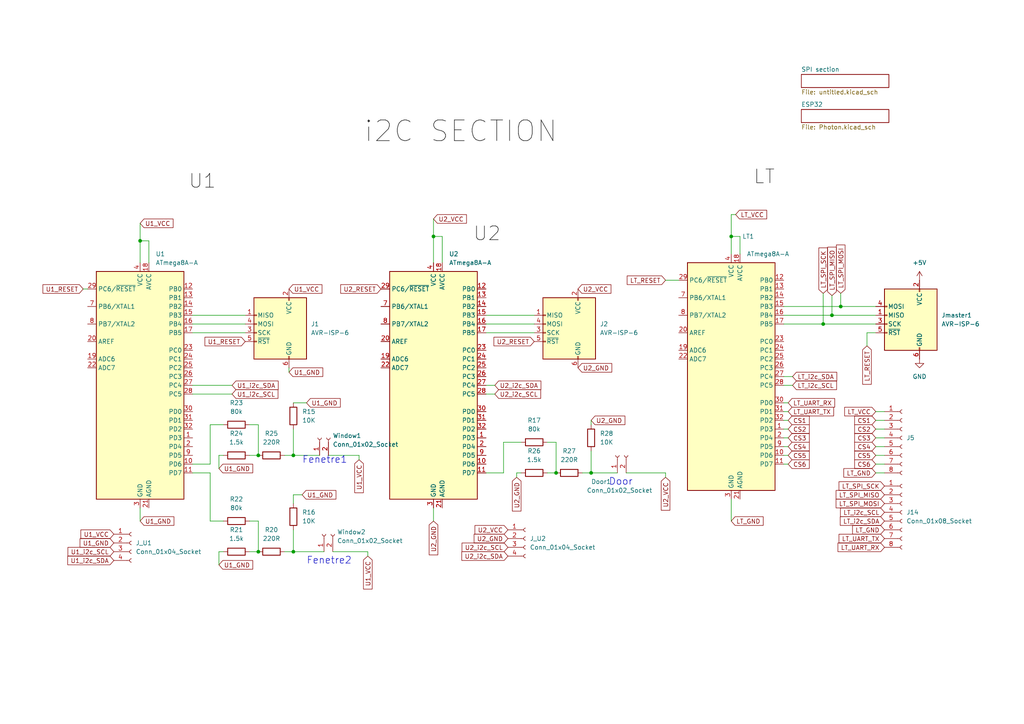
<source format=kicad_sch>
(kicad_sch (version 20230121) (generator eeschema)
  (paper "A4")
  (lib_symbols
    (symbol "AVR-ISP-6_1" (pin_names (offset 1.016))
      (property "Reference" "Jmaster" (at -8.89 2.54 0))
      (property "Value" "AVR-ISP-6" (at -8.89 0 0))
      (symbol "AVR-ISP-6_1_0_1"
        (rectangle (start -2.667 -6.858) (end -2.413 -7.62))
        (rectangle (start -2.667 10.16) (end -2.413 9.398))
        (rectangle (start 7.62 -2.413) (end 6.858 -2.667))
        (rectangle (start 7.62 0.127) (end 6.858 -0.127))
        (rectangle (start 7.62 2.667) (end 6.858 2.413))
        (rectangle (start 7.62 5.207) (end 6.858 4.953))
        (rectangle (start 7.62 10.16) (end -7.62 -7.62) (stroke (width 0.254)) (fill (type background)))
      )
      (symbol "AVR-ISP-6_1_1_1"
        (pin passive line (at 10.16 2.54 180) (length 2.54) (name "MISO") (number "1"))
        (pin passive line (at -2.54 12.7 270) (length 2.54) (name "VCC") (number "2"))
        (pin passive line (at 10.16 0 180) (length 2.54) (name "SCK") (number "3"))
        (pin passive line (at 10.16 5.08 180) (length 2.54) (name "MOSI") (number "4"))
        (pin passive line (at 10.16 -2.54 180) (length 2.54) (name "~{RST}") (number "5"))
        (pin passive line (at -2.54 -10.16 90) (length 2.54) (name "GND") (number "6"))
      )
    )
    (symbol "Connector:AVR-ISP-6" (pin_names (offset 1.016))
      (property "Reference" "J" (at -6.35 11.43 0))
      (property "Value" "AVR-ISP-6" (at 0 11.43 0))
      (symbol "AVR-ISP-6_0_1"
        (rectangle (start -2.667 -6.858) (end -2.413 -7.62))
        (rectangle (start -2.667 10.16) (end -2.413 9.398))
        (rectangle (start 7.62 -2.413) (end 6.858 -2.667))
        (rectangle (start 7.62 0.127) (end 6.858 -0.127))
        (rectangle (start 7.62 2.667) (end 6.858 2.413))
        (rectangle (start 7.62 5.207) (end 6.858 4.953))
        (rectangle (start 7.62 10.16) (end -7.62 -7.62) (stroke (width 0.254)) (fill (type background)))
      )
      (symbol "AVR-ISP-6_1_1"
        (pin passive line (at 10.16 5.08 180) (length 2.54) (name "MISO") (number "1"))
        (pin passive line (at -2.54 12.7 270) (length 2.54) (name "VCC") (number "2"))
        (pin passive line (at 10.16 0 180) (length 2.54) (name "SCK") (number "3"))
        (pin passive line (at 10.16 2.54 180) (length 2.54) (name "MOSI") (number "4"))
        (pin passive line (at 10.16 -2.54 180) (length 2.54) (name "~{RST}") (number "5"))
        (pin passive line (at -2.54 -10.16 90) (length 2.54) (name "GND") (number "6"))
      )
    )
    (symbol "Connector:Conn_01x02_Socket" (pin_names (offset 1.016) hide)
      (property "Reference" "J" (at 0 2.54 0))
      (property "Value" "Conn_01x02_Socket" (at 0 -5.08 0))
      (symbol "Conn_01x02_Socket_1_1"
        (arc (start 0 -2.032) (mid -0.5058 -2.54) (end 0 -3.048) (stroke (width 0.1524)))
        (polyline (pts (xy -1.27 -2.54) (xy -0.508 -2.54)) (stroke (width 0.1524)))
        (polyline (pts (xy -1.27 0) (xy -0.508 0)) (stroke (width 0.1524)))
        (arc (start 0 0.508) (mid -0.5058 0) (end 0 -0.508) (stroke (width 0.1524)))
        (pin passive line (at -5.08 0 0) (length 3.81) (name "Pin_1") (number "1"))
        (pin passive line (at -5.08 -2.54 0) (length 3.81) (name "Pin_2") (number "2"))
      )
    )
    (symbol "Connector:Conn_01x04_Socket" (pin_names (offset 1.016) hide)
      (property "Reference" "J" (at 0 5.08 0))
      (property "Value" "Conn_01x04_Socket" (at 0 -7.62 0))
      (symbol "Conn_01x04_Socket_1_1"
        (arc (start 0 -4.572) (mid -0.5058 -5.08) (end 0 -5.588) (stroke (width 0.1524)))
        (arc (start 0 -2.032) (mid -0.5058 -2.54) (end 0 -3.048) (stroke (width 0.1524)))
        (polyline (pts (xy -1.27 -5.08) (xy -0.508 -5.08)) (stroke (width 0.1524)))
        (polyline (pts (xy -1.27 -2.54) (xy -0.508 -2.54)) (stroke (width 0.1524)))
        (polyline (pts (xy -1.27 0) (xy -0.508 0)) (stroke (width 0.1524)))
        (polyline (pts (xy -1.27 2.54) (xy -0.508 2.54)) (stroke (width 0.1524)))
        (arc (start 0 0.508) (mid -0.5058 0) (end 0 -0.508) (stroke (width 0.1524)))
        (arc (start 0 3.048) (mid -0.5058 2.54) (end 0 2.032) (stroke (width 0.1524)))
        (pin passive line (at -5.08 2.54 0) (length 3.81) (name "Pin_1") (number "1"))
        (pin passive line (at -5.08 0 0) (length 3.81) (name "Pin_2") (number "2"))
        (pin passive line (at -5.08 -2.54 0) (length 3.81) (name "Pin_3") (number "3"))
        (pin passive line (at -5.08 -5.08 0) (length 3.81) (name "Pin_4") (number "4"))
      )
    )
    (symbol "Connector:Conn_01x08_Socket" (pin_names (offset 1.016) hide)
      (property "Reference" "J" (at 0 10.16 0))
      (property "Value" "Conn_01x08_Socket" (at 0 -12.7 0))
      (symbol "Conn_01x08_Socket_1_1"
        (arc (start 0 -9.652) (mid -0.5058 -10.16) (end 0 -10.668) (stroke (width 0.1524)))
        (arc (start 0 -7.112) (mid -0.5058 -7.62) (end 0 -8.128) (stroke (width 0.1524)))
        (arc (start 0 -4.572) (mid -0.5058 -5.08) (end 0 -5.588) (stroke (width 0.1524)))
        (arc (start 0 -2.032) (mid -0.5058 -2.54) (end 0 -3.048) (stroke (width 0.1524)))
        (polyline (pts (xy -1.27 -10.16) (xy -0.508 -10.16)) (stroke (width 0.1524)))
        (polyline (pts (xy -1.27 -7.62) (xy -0.508 -7.62)) (stroke (width 0.1524)))
        (polyline (pts (xy -1.27 -5.08) (xy -0.508 -5.08)) (stroke (width 0.1524)))
        (polyline (pts (xy -1.27 -2.54) (xy -0.508 -2.54)) (stroke (width 0.1524)))
        (polyline (pts (xy -1.27 0) (xy -0.508 0)) (stroke (width 0.1524)))
        (polyline (pts (xy -1.27 2.54) (xy -0.508 2.54)) (stroke (width 0.1524)))
        (polyline (pts (xy -1.27 5.08) (xy -0.508 5.08)) (stroke (width 0.1524)))
        (polyline (pts (xy -1.27 7.62) (xy -0.508 7.62)) (stroke (width 0.1524)))
        (arc (start 0 0.508) (mid -0.5058 0) (end 0 -0.508) (stroke (width 0.1524)))
        (arc (start 0 3.048) (mid -0.5058 2.54) (end 0 2.032) (stroke (width 0.1524)))
        (arc (start 0 5.588) (mid -0.5058 5.08) (end 0 4.572) (stroke (width 0.1524)))
        (arc (start 0 8.128) (mid -0.5058 7.62) (end 0 7.112) (stroke (width 0.1524)))
        (pin passive line (at -5.08 7.62 0) (length 3.81) (name "Pin_1") (number "1"))
        (pin passive line (at -5.08 5.08 0) (length 3.81) (name "Pin_2") (number "2"))
        (pin passive line (at -5.08 2.54 0) (length 3.81) (name "Pin_3") (number "3"))
        (pin passive line (at -5.08 0 0) (length 3.81) (name "Pin_4") (number "4"))
        (pin passive line (at -5.08 -2.54 0) (length 3.81) (name "Pin_5") (number "5"))
        (pin passive line (at -5.08 -5.08 0) (length 3.81) (name "Pin_6") (number "6"))
        (pin passive line (at -5.08 -7.62 0) (length 3.81) (name "Pin_7") (number "7"))
        (pin passive line (at -5.08 -10.16 0) (length 3.81) (name "Pin_8") (number "8"))
      )
    )
    (symbol "Device:R" (pin_numbers hide) (pin_names (offset 0))
      (property "Reference" "R" (at 2.032 0 90))
      (property "Value" "R" (at 0 0 90))
      (symbol "R_0_1"
        (rectangle (start -1.016 -2.54) (end 1.016 2.54) (stroke (width 0.254)))
      )
      (symbol "R_1_1"
        (pin passive line (at 0 3.81 270) (length 1.27) (name "~") (number "1"))
        (pin passive line (at 0 -3.81 90) (length 1.27) (name "~") (number "2"))
      )
    )
    (symbol "MCU_Microchip_ATmega:ATmega8A-A"
      (property "Reference" "U" (at -12.7 34.29 0))
      (property "Value" "ATmega8A-A" (at 5.08 -34.29 0))
      (symbol "ATmega8A-A_0_1"
        (rectangle (start -12.7 -33.02) (end 12.7 33.02) (stroke (width 0.254)) (fill (type background)))
      )
      (symbol "ATmega8A-A_1_1"
        (pin bidirectional line (at 15.24 -15.24 180) (length 2.54) (name "PD3") (number "1"))
        (pin bidirectional line (at 15.24 -22.86 180) (length 2.54) (name "PD6") (number "10"))
        (pin bidirectional line (at 15.24 -25.4 180) (length 2.54) (name "PD7") (number "11"))
        (pin bidirectional line (at 15.24 27.94 180) (length 2.54) (name "PB0") (number "12"))
        (pin bidirectional line (at 15.24 25.4 180) (length 2.54) (name "PB1") (number "13"))
        (pin bidirectional line (at 15.24 22.86 180) (length 2.54) (name "PB2") (number "14"))
        (pin bidirectional line (at 15.24 20.32 180) (length 2.54) (name "PB3") (number "15"))
        (pin bidirectional line (at 15.24 17.78 180) (length 2.54) (name "PB4") (number "16"))
        (pin bidirectional line (at 15.24 15.24 180) (length 2.54) (name "PB5") (number "17"))
        (pin power_in line (at 2.54 35.56 270) (length 2.54) (name "AVCC") (number "18"))
        (pin input line (at -15.24 7.62 0) (length 2.54) (name "ADC6") (number "19"))
        (pin bidirectional line (at 15.24 -17.78 180) (length 2.54) (name "PD4") (number "2"))
        (pin passive line (at -15.24 12.7 0) (length 2.54) (name "AREF") (number "20"))
        (pin power_in line (at 2.54 -35.56 90) (length 2.54) (name "AGND") (number "21"))
        (pin input line (at -15.24 5.08 0) (length 2.54) (name "ADC7") (number "22"))
        (pin bidirectional line (at 15.24 10.16 180) (length 2.54) (name "PC0") (number "23"))
        (pin bidirectional line (at 15.24 7.62 180) (length 2.54) (name "PC1") (number "24"))
        (pin bidirectional line (at 15.24 5.08 180) (length 2.54) (name "PC2") (number "25"))
        (pin bidirectional line (at 15.24 2.54 180) (length 2.54) (name "PC3") (number "26"))
        (pin bidirectional line (at 15.24 0 180) (length 2.54) (name "PC4") (number "27"))
        (pin bidirectional line (at 15.24 -2.54 180) (length 2.54) (name "PC5") (number "28"))
        (pin bidirectional line (at -15.24 27.94 0) (length 2.54) (name "PC6/~{RESET}") (number "29"))
        (pin power_in line (at 0 -35.56 90) (length 2.54) (name "GND") (number "3"))
        (pin bidirectional line (at 15.24 -7.62 180) (length 2.54) (name "PD0") (number "30"))
        (pin bidirectional line (at 15.24 -10.16 180) (length 2.54) (name "PD1") (number "31"))
        (pin bidirectional line (at 15.24 -12.7 180) (length 2.54) (name "PD2") (number "32"))
        (pin power_in line (at 0 35.56 270) (length 2.54) (name "VCC") (number "4"))
        (pin passive line (at 0 -35.56 90) (length 2.54) hide (name "GND") (number "5"))
        (pin passive line (at 0 35.56 270) (length 2.54) hide (name "VCC") (number "6"))
        (pin bidirectional line (at -15.24 22.86 0) (length 2.54) (name "PB6/XTAL1") (number "7"))
        (pin bidirectional line (at -15.24 17.78 0) (length 2.54) (name "PB7/XTAL2") (number "8"))
        (pin bidirectional line (at 15.24 -20.32 180) (length 2.54) (name "PD5") (number "9"))
      )
    )
    (symbol "power:+5V" (power) (pin_names (offset 0))
      (property "Value" "+5V" (at 0 3.556 0))
      (symbol "+5V_0_1"
        (polyline (pts (xy -0.762 1.27) (xy 0 2.54)))
        (polyline (pts (xy 0 0) (xy 0 2.54)))
        (polyline (pts (xy 0 2.54) (xy 0.762 1.27)))
      )
      (symbol "+5V_1_1"
        (pin power_in line (at 0 0 90) (length 0) hide (name "+5V") (number "1"))
      )
    )
    (symbol "power:GND" (power) (pin_names (offset 0))
      (property "Value" "GND" (at 0 -3.81 0))
      (symbol "GND_0_1"
        (polyline (pts (xy 0 0) (xy 0 -1.27) (xy 1.27 -1.27) (xy 0 -2.54) (xy -1.27 -1.27) (xy 0 -1.27)))
      )
      (symbol "GND_1_1"
        (pin power_in line (at 0 0 270) (length 0) hide (name "GND") (number "1"))
      )
    )
  )
  (junction (at 212.09 68.58))
  (junction (at 85.09 160.02))
  (junction (at 171.45 137.16))
  (junction (at 161.29 137.16))
  (junction (at 241.3 91.44))
  (junction (at 125.73 68.58))
  (junction (at 85.09 132.08))
  (junction (at 238.76 93.98))
  (junction (at 74.93 160.02))
  (junction (at 40.64 69.85))
  (junction (at 243.84 88.9))
  (junction (at 74.93 132.08))
  (wire (pts (xy 106.68 160.02) (xy 106.68 161.29)))
  (wire (pts (xy 55.88 96.52) (xy 71.12 96.52)))
  (wire (pts (xy 63.5 132.08) (xy 64.77 132.08)))
  (wire (pts (xy 55.88 137.16) (xy 60.96 137.16)))
  (wire (pts (xy 212.09 68.58) (xy 212.09 73.66)))
  (wire (pts (xy 227.33 127) (xy 228.6 127)))
  (wire (pts (xy 85.09 160.02) (xy 93.98 160.02)))
  (wire (pts (xy 227.33 129.54) (xy 228.6 129.54)))
  (wire (pts (xy 64.77 151.13) (xy 60.96 151.13)))
  (wire (pts (xy 158.75 137.16) (xy 161.29 137.16)))
  (wire (pts (xy 55.88 111.76) (xy 67.31 111.76)))
  (wire (pts (xy 95.25 132.08) (xy 104.14 132.08)))
  (wire (pts (xy 241.3 91.44) (xy 241.3 85.725)))
  (wire (pts (xy 55.88 134.62) (xy 60.96 134.62)))
  (wire (pts (xy 149.86 138.43) (xy 149.86 137.16)))
  (wire (pts (xy 72.39 132.08) (xy 74.93 132.08)))
  (wire (pts (xy 151.13 128.27) (xy 146.05 128.27)))
  (wire (pts (xy 227.33 116.84) (xy 228.6 116.84)))
  (wire (pts (xy 125.73 147.32) (xy 125.73 151.13)))
  (wire (pts (xy 74.93 132.08) (xy 74.93 123.19)))
  (wire (pts (xy 85.09 116.84) (xy 88.9 116.84)))
  (wire (pts (xy 254 121.92) (xy 256.54 121.92)))
  (wire (pts (xy 227.33 132.08) (xy 228.6 132.08)))
  (wire (pts (xy 214.63 68.58) (xy 212.09 68.58)))
  (wire (pts (xy 125.73 68.58) (xy 125.73 76.2)))
  (wire (pts (xy 140.97 114.3) (xy 143.51 114.3)))
  (wire (pts (xy 212.09 144.78) (xy 212.09 151.13)))
  (wire (pts (xy 227.33 91.44) (xy 241.3 91.44)))
  (wire (pts (xy 227.33 109.22) (xy 229.87 109.22)))
  (wire (pts (xy 254 132.08) (xy 256.54 132.08)))
  (wire (pts (xy 251.46 96.52) (xy 251.46 100.33)))
  (wire (pts (xy 161.29 128.27) (xy 158.75 128.27)))
  (wire (pts (xy 55.88 91.44) (xy 71.12 91.44)))
  (wire (pts (xy 193.04 81.28) (xy 196.85 81.28)))
  (wire (pts (xy 227.33 93.98) (xy 238.76 93.98)))
  (wire (pts (xy 161.29 137.16) (xy 161.29 128.27)))
  (wire (pts (xy 243.84 88.9) (xy 254 88.9)))
  (wire (pts (xy 125.73 63.5) (xy 125.73 68.58)))
  (wire (pts (xy 74.93 123.19) (xy 72.39 123.19)))
  (wire (pts (xy 254 134.62) (xy 256.54 134.62)))
  (wire (pts (xy 171.45 130.81) (xy 171.45 137.16)))
  (wire (pts (xy 83.82 107.95) (xy 83.82 106.68)))
  (wire (pts (xy 63.5 132.08) (xy 63.5 135.89)))
  (wire (pts (xy 227.33 134.62) (xy 228.6 134.62)))
  (wire (pts (xy 40.64 64.77) (xy 40.64 69.85)))
  (wire (pts (xy 140.97 111.76) (xy 143.51 111.76)))
  (wire (pts (xy 128.27 68.58) (xy 128.27 76.2)))
  (wire (pts (xy 140.97 91.44) (xy 154.94 91.44)))
  (wire (pts (xy 74.93 160.02) (xy 74.93 151.13)))
  (wire (pts (xy 193.04 137.16) (xy 193.04 138.43)))
  (wire (pts (xy 254 119.38) (xy 256.54 119.38)))
  (wire (pts (xy 254 124.46) (xy 256.54 124.46)))
  (wire (pts (xy 171.45 123.19) (xy 171.45 121.92)))
  (wire (pts (xy 171.45 137.16) (xy 179.07 137.16)))
  (wire (pts (xy 213.36 62.23) (xy 212.09 62.23)))
  (wire (pts (xy 63.5 160.02) (xy 64.77 160.02)))
  (wire (pts (xy 243.84 85.09) (xy 243.84 88.9)))
  (wire (pts (xy 72.39 160.02) (xy 74.93 160.02)))
  (wire (pts (xy 212.09 62.23) (xy 212.09 68.58)))
  (wire (pts (xy 25.4 83.82) (xy 24.13 83.82)))
  (wire (pts (xy 82.55 132.08) (xy 85.09 132.08)))
  (wire (pts (xy 238.76 93.98) (xy 254 93.98)))
  (wire (pts (xy 60.96 151.13) (xy 60.96 137.16)))
  (wire (pts (xy 168.91 137.16) (xy 171.45 137.16)))
  (wire (pts (xy 96.52 160.02) (xy 106.68 160.02)))
  (wire (pts (xy 140.97 93.98) (xy 154.94 93.98)))
  (wire (pts (xy 85.09 143.51) (xy 85.09 146.05)))
  (wire (pts (xy 43.18 69.85) (xy 40.64 69.85)))
  (wire (pts (xy 227.33 111.76) (xy 229.87 111.76)))
  (wire (pts (xy 87.63 143.51) (xy 85.09 143.51)))
  (wire (pts (xy 60.96 123.19) (xy 64.77 123.19)))
  (wire (pts (xy 149.86 137.16) (xy 151.13 137.16)))
  (wire (pts (xy 238.76 85.09) (xy 238.76 93.98)))
  (wire (pts (xy 227.33 121.92) (xy 228.6 121.92)))
  (wire (pts (xy 63.5 160.02) (xy 63.5 163.83)))
  (wire (pts (xy 214.63 68.58) (xy 214.63 73.66)))
  (wire (pts (xy 60.96 134.62) (xy 60.96 123.19)))
  (wire (pts (xy 43.18 76.2) (xy 43.18 69.85)))
  (wire (pts (xy 227.33 119.38) (xy 228.6 119.38)))
  (wire (pts (xy 128.27 68.58) (xy 125.73 68.58)))
  (wire (pts (xy 254 127) (xy 256.54 127)))
  (wire (pts (xy 241.3 91.44) (xy 254 91.44)))
  (wire (pts (xy 74.93 151.13) (xy 72.39 151.13)))
  (wire (pts (xy 104.14 132.08) (xy 104.14 133.35)))
  (wire (pts (xy 85.09 132.08) (xy 92.71 132.08)))
  (wire (pts (xy 40.64 147.32) (xy 40.64 151.13)))
  (wire (pts (xy 55.88 114.3) (xy 67.31 114.3)))
  (wire (pts (xy 55.88 93.98) (xy 71.12 93.98)))
  (wire (pts (xy 254 129.54) (xy 256.54 129.54)))
  (wire (pts (xy 227.33 124.46) (xy 228.6 124.46)))
  (wire (pts (xy 254 137.16) (xy 256.54 137.16)))
  (wire (pts (xy 82.55 160.02) (xy 85.09 160.02)))
  (wire (pts (xy 227.33 88.9) (xy 243.84 88.9)))
  (wire (pts (xy 181.61 137.16) (xy 193.04 137.16)))
  (wire (pts (xy 85.09 153.67) (xy 85.09 160.02)))
  (wire (pts (xy 254 96.52) (xy 251.46 96.52)))
  (wire (pts (xy 146.05 128.27) (xy 146.05 137.16)))
  (wire (pts (xy 40.64 69.85) (xy 40.64 76.2)))
  (wire (pts (xy 140.97 96.52) (xy 154.94 96.52)))
  (wire (pts (xy 85.09 124.46) (xy 85.09 132.08)))
  (wire (pts (xy 140.97 137.16) (xy 146.05 137.16)))
  (text "Door\n" (at 176.53 140.97 0) (effects (font (size 2 2)) (justify left bottom)))
  (text "Fenetre1\n" (at 87.63 134.62 0) (effects (font (size 2 2)) (justify left bottom)))
  (text "Fenetre2" (at 88.9 163.83 0) (effects (font (size 2 2)) (justify left bottom)))
  (label "LT" (at 218.44 54.61 0) (effects (font (size 4 4))))
  (label "U2" (at 137.16 71.12 0) (effects (font (size 4 4))))
  (label "U1" (at 54.61 55.88 0) (effects (font (size 4 4))))
  (label "i2C SECTION" (at 105.41 43.18 0) (effects (font (size 6 6))))
  (global_label "U2_VCC" (shape input) (at 167.64 83.82 0) (property "Intersheetrefs" "${INTERSHEET_REFS}" (effects hide)))
  (global_label "CS2" (shape input) (at 254 124.46 180) (property "Intersheetrefs" "${INTERSHEET_REFS}" (effects hide)))
  (global_label "U1_RESET" (shape input) (at 71.12 99.06 180) (property "Intersheetrefs" "${INTERSHEET_REFS}" (effects hide)))
  (global_label "U1_i2c_SDA" (shape input) (at 33.02 162.56 180) (property "Intersheetrefs" "${INTERSHEET_REFS}" (effects hide)))
  (global_label "LT_RESET" (shape input) (at 193.04 81.28 180) (property "Intersheetrefs" "${INTERSHEET_REFS}" (effects hide)))
  (global_label "U2_VCC" (shape input) (at 125.73 63.5 0) (property "Intersheetrefs" "${INTERSHEET_REFS}" (effects hide)))
  (global_label "U1_i2c_SCL" (shape input) (at 67.31 114.3 0) (property "Intersheetrefs" "${INTERSHEET_REFS}" (effects hide)))
  (global_label "U2_i2c_SDA" (shape input) (at 147.32 161.29 180) (property "Intersheetrefs" "${INTERSHEET_REFS}" (effects hide)))
  (global_label "U2_GND" (shape input) (at 147.32 156.21 180) (property "Intersheetrefs" "${INTERSHEET_REFS}" (effects hide)))
  (global_label "U1_i2c_SCL" (shape input) (at 33.02 160.02 180) (property "Intersheetrefs" "${INTERSHEET_REFS}" (effects hide)))
  (global_label "LT_VCC" (shape input) (at 254 119.38 180) (property "Intersheetrefs" "${INTERSHEET_REFS}" (effects hide)))
  (global_label "U2_i2c_SCL" (shape input) (at 147.32 158.75 180) (property "Intersheetrefs" "${INTERSHEET_REFS}" (effects hide)))
  (global_label "CS4" (shape input) (at 228.6 129.54 0) (property "Intersheetrefs" "${INTERSHEET_REFS}" (effects hide)))
  (global_label "LT_i2c_SCL" (shape input) (at 256.54 148.59 180) (property "Intersheetrefs" "${INTERSHEET_REFS}" (effects hide)))
  (global_label "LT_UART_RX" (shape input) (at 228.6 116.84 0) (property "Intersheetrefs" "${INTERSHEET_REFS}" (effects hide)))
  (global_label "U1_GND" (shape input) (at 88.9 116.84 0) (property "Intersheetrefs" "${INTERSHEET_REFS}" (effects hide)))
  (global_label "U1_GND" (shape input) (at 40.64 151.13 0) (property "Intersheetrefs" "${INTERSHEET_REFS}" (effects hide)))
  (global_label "U1_GND" (shape input) (at 33.02 157.48 180) (property "Intersheetrefs" "${INTERSHEET_REFS}" (effects hide)))
  (global_label "LT_i2c_SDA" (shape input) (at 229.87 109.22 0) (property "Intersheetrefs" "${INTERSHEET_REFS}" (effects hide)))
  (global_label "U2_RESET" (shape input) (at 110.49 83.82 180) (property "Intersheetrefs" "${INTERSHEET_REFS}" (effects hide)))
  (global_label "U1_GND" (shape input) (at 63.5 163.83 0) (property "Intersheetrefs" "${INTERSHEET_REFS}" (effects hide)))
  (global_label "U2_GND" (shape input) (at 149.86 138.43 270) (property "Intersheetrefs" "${INTERSHEET_REFS}" (effects hide)))
  (global_label "U1_GND" (shape input) (at 87.63 143.51 0) (property "Intersheetrefs" "${INTERSHEET_REFS}" (effects hide)))
  (global_label "LT_UART_RX" (shape input) (at 256.54 158.75 180) (property "Intersheetrefs" "${INTERSHEET_REFS}" (effects hide)))
  (global_label "CS5" (shape input) (at 254 132.08 180) (property "Intersheetrefs" "${INTERSHEET_REFS}" (effects hide)))
  (global_label "LT_UART_TX" (shape input) (at 228.6 119.38 0) (property "Intersheetrefs" "${INTERSHEET_REFS}" (effects hide)))
  (global_label "CS5" (shape input) (at 228.6 132.08 0) (property "Intersheetrefs" "${INTERSHEET_REFS}" (effects hide)))
  (global_label "LT_SPI_MISO" (shape input) (at 241.3 85.725 90) (property "Intersheetrefs" "${INTERSHEET_REFS}" (effects hide)))
  (global_label "U1_GND" (shape input) (at 83.82 107.95 0) (property "Intersheetrefs" "${INTERSHEET_REFS}" (effects hide)))
  (global_label "CS4" (shape input) (at 254 129.54 180) (property "Intersheetrefs" "${INTERSHEET_REFS}" (effects hide)))
  (global_label "CS6" (shape input) (at 254 134.62 180) (property "Intersheetrefs" "${INTERSHEET_REFS}" (effects hide)))
  (global_label "U2_i2c_SDA" (shape input) (at 143.51 111.76 0) (property "Intersheetrefs" "${INTERSHEET_REFS}" (effects hide)))
  (global_label "U2_VCC" (shape input) (at 147.32 153.67 180) (property "Intersheetrefs" "${INTERSHEET_REFS}" (effects hide)))
  (global_label "CS3" (shape input) (at 254 127 180) (property "Intersheetrefs" "${INTERSHEET_REFS}" (effects hide)))
  (global_label "LT_SPI_SCK" (shape input) (at 238.76 85.09 90) (property "Intersheetrefs" "${INTERSHEET_REFS}" (effects hide)))
  (global_label "LT_RESET" (shape input) (at 251.46 100.33 270) (property "Intersheetrefs" "${INTERSHEET_REFS}" (effects hide)))
  (global_label "CS6" (shape input) (at 228.6 134.62 0) (property "Intersheetrefs" "${INTERSHEET_REFS}" (effects hide)))
  (global_label "U2_VCC" (shape input) (at 193.04 138.43 270) (property "Intersheetrefs" "${INTERSHEET_REFS}" (effects hide)))
  (global_label "LT_GND" (shape input) (at 254 137.16 180) (property "Intersheetrefs" "${INTERSHEET_REFS}" (effects hide)))
  (global_label "LT_GND" (shape input) (at 256.54 153.67 180) (property "Intersheetrefs" "${INTERSHEET_REFS}" (effects hide)))
  (global_label "U2_RESET" (shape input) (at 154.94 99.06 180) (property "Intersheetrefs" "${INTERSHEET_REFS}" (effects hide)))
  (global_label "LT_SPI_MOSI" (shape input) (at 256.54 146.05 180) (property "Intersheetrefs" "${INTERSHEET_REFS}" (effects hide)))
  (global_label "U2_i2c_SCL" (shape input) (at 143.51 114.3 0) (property "Intersheetrefs" "${INTERSHEET_REFS}" (effects hide)))
  (global_label "U1_VCC" (shape input) (at 104.14 133.35 270) (property "Intersheetrefs" "${INTERSHEET_REFS}" (effects hide)))
  (global_label "LT_SPI_MOSI" (shape input) (at 243.84 85.09 90) (property "Intersheetrefs" "${INTERSHEET_REFS}" (effects hide)))
  (global_label "LT_SPI_SCK" (shape input) (at 256.54 140.97 180) (property "Intersheetrefs" "${INTERSHEET_REFS}" (effects hide)))
  (global_label "U1_GND" (shape input) (at 63.5 135.89 0) (property "Intersheetrefs" "${INTERSHEET_REFS}" (effects hide)))
  (global_label "U1_VCC" (shape input) (at 40.64 64.77 0) (property "Intersheetrefs" "${INTERSHEET_REFS}" (effects hide)))
  (global_label "LT_VCC" (shape input) (at 213.36 62.23 0) (property "Intersheetrefs" "${INTERSHEET_REFS}" (effects hide)))
  (global_label "U2_GND" (shape input) (at 167.64 106.68 0) (property "Intersheetrefs" "${INTERSHEET_REFS}" (effects hide)))
  (global_label "U1_VCC" (shape input) (at 106.68 161.29 270) (property "Intersheetrefs" "${INTERSHEET_REFS}" (effects hide)))
  (global_label "CS1" (shape input) (at 254 121.92 180) (property "Intersheetrefs" "${INTERSHEET_REFS}" (effects hide)))
  (global_label "U2_GND" (shape input) (at 125.73 151.13 270) (property "Intersheetrefs" "${INTERSHEET_REFS}" (effects hide)))
  (global_label "LT_i2c_SDA" (shape input) (at 256.54 151.13 180) (property "Intersheetrefs" "${INTERSHEET_REFS}" (effects hide)))
  (global_label "U1_VCC" (shape input) (at 33.02 154.94 180) (property "Intersheetrefs" "${INTERSHEET_REFS}" (effects hide)))
  (global_label "U1_RESET" (shape input) (at 24.13 83.82 180) (property "Intersheetrefs" "${INTERSHEET_REFS}" (effects hide)))
  (global_label "LT_UART_TX" (shape input) (at 256.54 156.21 180) (property "Intersheetrefs" "${INTERSHEET_REFS}" (effects hide)))
  (global_label "LT_i2c_SCL" (shape input) (at 229.87 111.76 0) (property "Intersheetrefs" "${INTERSHEET_REFS}" (effects hide)))
  (global_label "U2_GND" (shape input) (at 171.45 121.92 0) (property "Intersheetrefs" "${INTERSHEET_REFS}" (effects hide)))
  (global_label "U1_VCC" (shape input) (at 83.82 83.82 0) (property "Intersheetrefs" "${INTERSHEET_REFS}" (effects hide)))
  (global_label "CS3" (shape input) (at 228.6 127 0) (property "Intersheetrefs" "${INTERSHEET_REFS}" (effects hide)))
  (global_label "CS1" (shape input) (at 228.6 121.92 0) (property "Intersheetrefs" "${INTERSHEET_REFS}" (effects hide)))
  (global_label "LT_GND" (shape input) (at 212.09 151.13 0) (property "Intersheetrefs" "${INTERSHEET_REFS}" (effects hide)))
  (global_label "CS2" (shape input) (at 228.6 124.46 0) (property "Intersheetrefs" "${INTERSHEET_REFS}" (effects hide)))
  (global_label "U1_i2c_SDA" (shape input) (at 67.31 111.76 0) (property "Intersheetrefs" "${INTERSHEET_REFS}" (effects hide)))
  (global_label "LT_SPI_MISO" (shape input) (at 256.54 143.51 180) (property "Intersheetrefs" "${INTERSHEET_REFS}" (effects hide)))
  (symbol (lib_id "Device:R") (at 85.09 149.86 0) (unit 1)
    (property "Reference" "R16" (at 87.63 148.59 0) (effects (justify left)))
    (property "Value" "10K" (at 87.63 151.13 0) (effects (justify left)))
    (property "Footprint" "Resistor_SMD:R_0805_2012Metric_Pad1.20x1.40mm_HandSolder" (effects hide))
  )
  (symbol (lib_id "MCU_Microchip_ATmega:ATmega8A-A") (at 125.73 111.76 0) (unit 1)
    (property "Reference" "U2" (at 130.2259 73.66 0) (effects (justify left)))
    (property "Value" "ATmega8A-A" (at 130.2259 76.2 0) (effects (justify left)))
    (property "Footprint" "Package_QFP:TQFP-32_7x7mm_P0.8mm" (effects hide))
    (property "Datasheet" "http://ww1.microchip.com/downloads/en/DeviceDoc/Microchip%208bit%20mcu%20AVR%20ATmega8A%20data%20sheet%2040001974A.pdf" (effects hide))
  )
  (symbol (lib_id "Connector:AVR-ISP-6") (at 81.28 96.52 0) (mirror y) (unit 1)
    (property "Reference" "J1" (at 90.17 93.98 0) (effects (justify right)))
    (property "Value" "AVR-ISP-6" (at 90.17 96.52 0) (effects (justify right)))
    (property "Footprint" "Connector_IDC:IDC-Header_2x03_P2.54mm_Vertical" (effects hide))
    (property "Datasheet" " ~" (effects hide))
  )
  (symbol (lib_id "Connector:Conn_01x04_Socket") (at 152.4 156.21 0) (unit 1)
    (property "Reference" "J_U2" (at 153.67 156.21 0) (effects (justify left)))
    (property "Value" "Conn_01x04_Socket" (at 153.67 158.75 0) (effects (justify left)))
    (property "Footprint" "Connector_PinHeader_2.54mm:PinHeader_1x04_P2.54mm_Vertical" (effects hide))
  )
  (symbol (lib_name "AVR-ISP-6_1") (lib_id "Connector:AVR-ISP-6") (at 264.16 93.98 0) (mirror y) (unit 1)
    (property "Reference" "Jmaster1" (at 273.05 91.44 0) (effects (justify right)))
    (property "Value" "AVR-ISP-6" (at 273.05 93.98 0) (effects (justify right)))
    (property "Footprint" "Connector_IDC:IDC-Header_2x03_P2.54mm_Vertical" (effects hide))
    (property "Datasheet" " ~" (effects hide))
  )
  (symbol (lib_id "Device:R") (at 78.74 160.02 90) (unit 1)
    (property "Reference" "R20" (at 78.74 153.67 90))
    (property "Value" "220R" (at 78.74 156.21 90))
    (property "Footprint" "Resistor_SMD:R_0805_2012Metric_Pad1.20x1.40mm_HandSolder" (effects hide))
  )
  (symbol (lib_id "Connector:Conn_01x08_Socket") (at 261.62 148.59 0) (unit 1)
    (property "Reference" "J14" (at 262.89 148.59 0) (effects (justify left)))
    (property "Value" "Conn_01x08_Socket" (at 262.89 151.13 0) (effects (justify left)))
  )
  (symbol (lib_id "MCU_Microchip_ATmega:ATmega8A-A") (at 212.09 109.22 0) (unit 1)
    (property "Reference" "LT1" (at 215.3159 68.58 0) (effects (justify left)))
    (property "Value" "ATmega8A-A" (at 216.5859 73.66 0) (effects (justify left)))
    (property "Footprint" "Package_QFP:TQFP-32_7x7mm_P0.8mm" (effects hide))
    (property "Datasheet" "http://ww1.microchip.com/downloads/en/DeviceDoc/Microchip%208bit%20mcu%20AVR%20ATmega8A%20data%20sheet%2040001974A.pdf" (effects hide))
  )
  (symbol (lib_id "Device:R") (at 85.09 120.65 180) (unit 1)
    (property "Reference" "R15" (at 87.63 119.38 0) (effects (justify right)))
    (property "Value" "10K" (at 87.63 121.92 0) (effects (justify right)))
    (property "Footprint" "Resistor_SMD:R_0805_2012Metric_Pad1.20x1.40mm_HandSolder" (effects hide))
  )
  (symbol (lib_id "Device:R") (at 68.58 132.08 90) (unit 1)
    (property "Reference" "R24" (at 68.58 125.73 90))
    (property "Value" "1.5k" (at 68.58 128.27 90))
    (property "Footprint" "Resistor_SMD:R_0805_2012Metric_Pad1.20x1.40mm_HandSolder" (effects hide))
  )
  (symbol (lib_id "Device:R") (at 171.45 127 0) (unit 1)
    (property "Reference" "R28" (at 173.99 125.73 0) (effects (justify left)))
    (property "Value" "10K" (at 173.99 128.27 0) (effects (justify left)))
    (property "Footprint" "Resistor_SMD:R_0805_2012Metric_Pad1.20x1.40mm_HandSolder" (effects hide))
  )
  (symbol (lib_id "Device:R") (at 165.1 137.16 90) (unit 1)
    (property "Reference" "R27" (at 165.1 130.81 90))
    (property "Value" "220R" (at 165.1 133.35 90))
    (property "Footprint" "Resistor_SMD:R_0805_2012Metric_Pad1.20x1.40mm_HandSolder" (effects hide))
  )
  (symbol (lib_id "power:GND") (at 266.7 104.14 0) (unit 1)
    (property "Reference" "#PWR049" (effects hide))
    (property "Value" "GND" (at 266.7 109.22 0))
  )
  (symbol (lib_id "Connector:Conn_01x08_Socket") (at 261.62 127 0) (unit 1)
    (property "Reference" "J5" (at 262.89 127 0) (effects (justify left)))
    (property "Value" "Conn_01x08_Socket" (effects hide))
  )
  (symbol (lib_id "Device:R") (at 68.58 151.13 90) (unit 1)
    (property "Reference" "R22" (at 68.58 144.78 90))
    (property "Value" "80k" (at 68.58 147.32 90))
    (property "Footprint" "Resistor_SMD:R_0805_2012Metric_Pad1.20x1.40mm_HandSolder" (effects hide))
  )
  (symbol (lib_id "Device:R") (at 78.74 132.08 90) (unit 1)
    (property "Reference" "R25" (at 78.74 125.73 90))
    (property "Value" "220R" (at 78.74 128.27 90))
    (property "Footprint" "Resistor_SMD:R_0805_2012Metric_Pad1.20x1.40mm_HandSolder" (effects hide))
  )
  (symbol (lib_id "Connector:Conn_01x02_Socket") (at 93.98 154.94 90) (unit 1)
    (property "Reference" "Window2" (at 97.79 154.305 90) (effects (justify right)))
    (property "Value" "Conn_01x02_Socket" (at 97.79 156.845 90) (effects (justify right)))
    (property "Footprint" "Connector_PinHeader_2.54mm:PinHeader_1x02_P2.54mm_Vertical" (effects hide))
  )
  (symbol (lib_id "Connector:Conn_01x02_Socket") (at 179.07 132.08 90) (unit 1)
    (property "Reference" "Door1" (at 171.45 139.7 90) (effects (justify right)))
    (property "Value" "Conn_01x02_Socket" (at 170.18 142.24 90) (effects (justify right)))
    (property "Footprint" "Connector_PinHeader_2.54mm:PinHeader_1x02_P2.54mm_Vertical" (effects hide))
  )
  (symbol (lib_id "Connector:AVR-ISP-6") (at 165.1 96.52 0) (mirror y) (unit 1)
    (property "Reference" "J2" (at 173.99 93.98 0) (effects (justify right)))
    (property "Value" "AVR-ISP-6" (at 173.99 96.52 0) (effects (justify right)))
    (property "Footprint" "Connector_IDC:IDC-Header_2x03_P2.54mm_Vertical" (effects hide))
    (property "Datasheet" " ~" (effects hide))
  )
  (symbol (lib_id "Device:R") (at 68.58 123.19 90) (unit 1)
    (property "Reference" "R23" (at 68.58 116.84 90))
    (property "Value" "80k" (at 68.58 119.38 90))
    (property "Footprint" "Resistor_SMD:R_0805_2012Metric_Pad1.20x1.40mm_HandSolder" (effects hide))
  )
  (symbol (lib_id "Device:R") (at 154.94 128.27 90) (unit 1)
    (property "Reference" "R17" (at 154.94 121.92 90))
    (property "Value" "80k" (at 154.94 124.46 90))
    (property "Footprint" "Resistor_SMD:R_0805_2012Metric_Pad1.20x1.40mm_HandSolder" (effects hide))
  )
  (symbol (lib_id "Connector:Conn_01x04_Socket") (at 38.1 157.48 0) (unit 1)
    (property "Reference" "J_U1" (at 39.37 157.48 0) (effects (justify left)))
    (property "Value" "Conn_01x04_Socket" (at 39.37 160.02 0) (effects (justify left)))
    (property "Footprint" "Connector_PinHeader_2.54mm:PinHeader_1x04_P2.54mm_Vertical" (effects hide))
  )
  (symbol (lib_id "MCU_Microchip_ATmega:ATmega8A-A") (at 40.64 111.76 0) (unit 1)
    (property "Reference" "U1" (at 45.1359 73.66 0) (effects (justify left)))
    (property "Value" "ATmega8A-A" (at 45.1359 76.2 0) (effects (justify left)))
    (property "Footprint" "Package_QFP:TQFP-32_7x7mm_P0.8mm" (effects hide))
    (property "Datasheet" "http://ww1.microchip.com/downloads/en/DeviceDoc/Microchip%208bit%20mcu%20AVR%20ATmega8A%20data%20sheet%2040001974A.pdf" (effects hide))
  )
  (symbol (lib_id "Connector:Conn_01x02_Socket") (at 92.71 127 90) (unit 1)
    (property "Reference" "Window1" (at 96.52 126.365 90) (effects (justify right)))
    (property "Value" "Conn_01x02_Socket" (at 96.52 128.905 90) (effects (justify right)))
    (property "Footprint" "Connector_PinHeader_2.54mm:PinHeader_1x02_P2.54mm_Vertical" (effects hide))
  )
  (symbol (lib_id "Device:R") (at 154.94 137.16 90) (unit 1)
    (property "Reference" "R26" (at 154.94 130.81 90))
    (property "Value" "1.5k" (at 154.94 133.35 90))
    (property "Footprint" "Resistor_SMD:R_0805_2012Metric_Pad1.20x1.40mm_HandSolder" (effects hide))
  )
  (symbol (lib_id "Device:R") (at 68.58 160.02 90) (unit 1)
    (property "Reference" "R21" (at 68.58 153.67 90))
    (property "Value" "1.5k" (at 68.58 156.21 90))
    (property "Footprint" "Resistor_SMD:R_0805_2012Metric_Pad1.20x1.40mm_HandSolder" (effects hide))
  )
  (symbol (lib_id "power:+5V") (at 266.7 81.28 0) (unit 1)
    (property "Reference" "#PWR048" (effects hide))
    (property "Value" "+5V" (at 266.7 76.2 0))
  )
  (sheet (at 232.41 21.59) (size 25.4 3.81) (stroke (width 0.1524))
    (property "Sheetname" "SPI section" (at 232.41 20.8784 0) (effects (justify left bottom)))
    (property "Sheetfile" "untitled.kicad_sch" (at 232.41 25.9846 0) (effects (justify left top)))
  )
  (sheet (at 232.41 31.75) (size 25.4 3.81) (stroke (width 0.1524))
    (property "Sheetname" "ESP32" (at 232.41 31.0384 0) (effects (justify left bottom)))
    (property "Sheetfile" "Photon.kicad_sch" (at 232.41 36.1446 0) (effects (justify left top)))
  )
)
</source>
